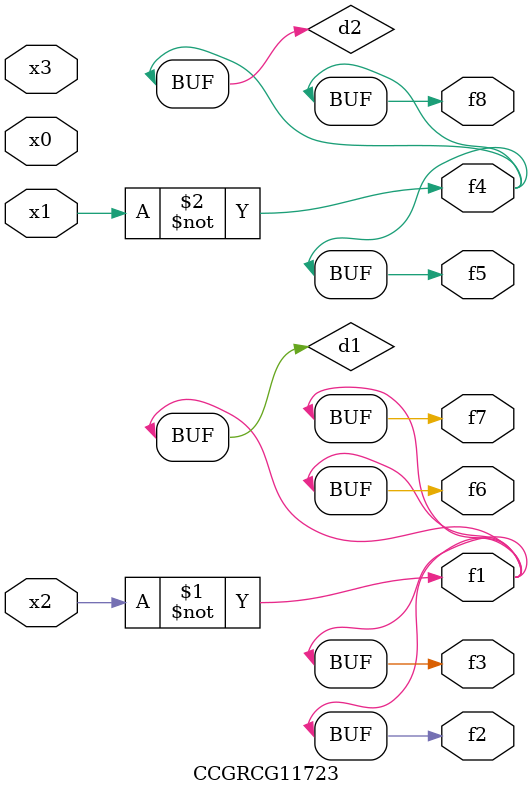
<source format=v>
module CCGRCG11723(
	input x0, x1, x2, x3,
	output f1, f2, f3, f4, f5, f6, f7, f8
);

	wire d1, d2;

	xnor (d1, x2);
	not (d2, x1);
	assign f1 = d1;
	assign f2 = d1;
	assign f3 = d1;
	assign f4 = d2;
	assign f5 = d2;
	assign f6 = d1;
	assign f7 = d1;
	assign f8 = d2;
endmodule

</source>
